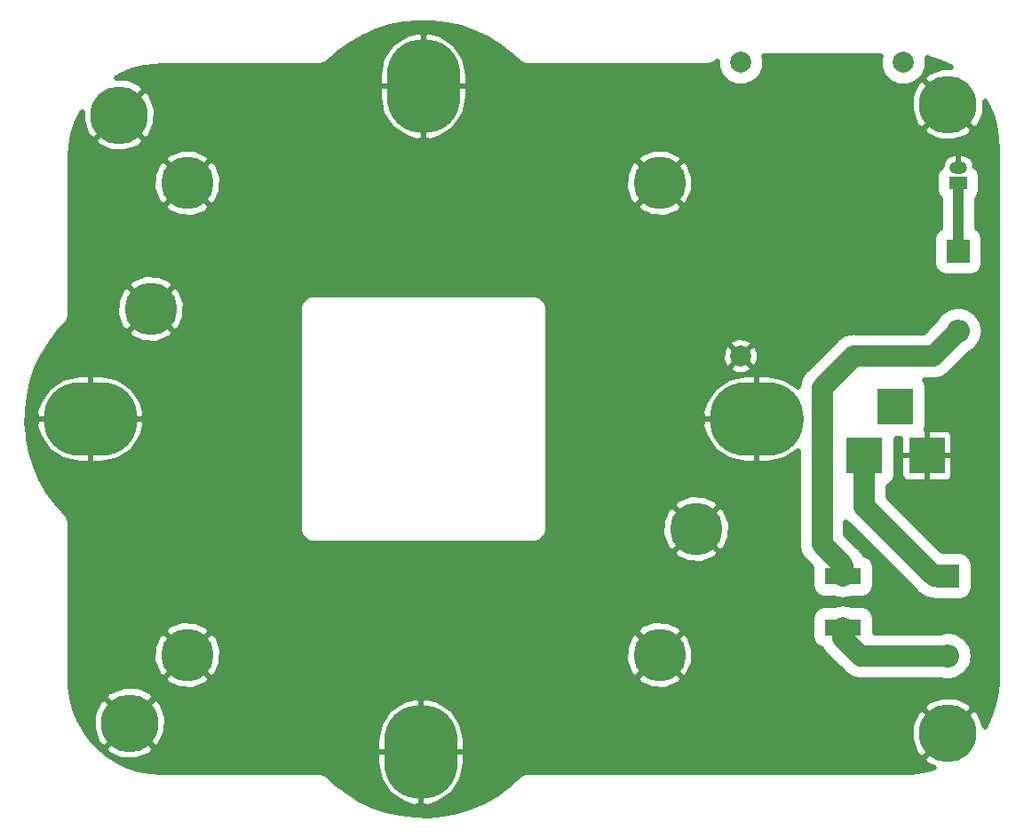
<source format=gbr>
G04 #@! TF.GenerationSoftware,KiCad,Pcbnew,(5.0.0)*
G04 #@! TF.CreationDate,2019-12-04T20:43:09-05:00*
G04 #@! TF.ProjectId,10W White LED,313057205768697465204C45442E6B69,rev?*
G04 #@! TF.SameCoordinates,Original*
G04 #@! TF.FileFunction,Copper,L1,Top,Signal*
G04 #@! TF.FilePolarity,Positive*
%FSLAX46Y46*%
G04 Gerber Fmt 4.6, Leading zero omitted, Abs format (unit mm)*
G04 Created by KiCad (PCBNEW (5.0.0)) date 12/04/19 20:43:09*
%MOMM*%
%LPD*%
G01*
G04 APERTURE LIST*
G04 #@! TA.AperFunction,SMDPad,CuDef*
%ADD10R,3.500000X1.600000*%
G04 #@! TD*
G04 #@! TA.AperFunction,ComponentPad*
%ADD11O,1.700000X1.200000*%
G04 #@! TD*
G04 #@! TA.AperFunction,ComponentPad*
%ADD12R,1.700000X1.200000*%
G04 #@! TD*
G04 #@! TA.AperFunction,ComponentPad*
%ADD13C,5.000000*%
G04 #@! TD*
G04 #@! TA.AperFunction,ComponentPad*
%ADD14O,9.000000X7.000000*%
G04 #@! TD*
G04 #@! TA.AperFunction,ComponentPad*
%ADD15O,7.000000X9.000000*%
G04 #@! TD*
G04 #@! TA.AperFunction,ComponentPad*
%ADD16O,2.200000X2.200000*%
G04 #@! TD*
G04 #@! TA.AperFunction,ComponentPad*
%ADD17R,2.200000X2.200000*%
G04 #@! TD*
G04 #@! TA.AperFunction,ComponentPad*
%ADD18C,5.500000*%
G04 #@! TD*
G04 #@! TA.AperFunction,ComponentPad*
%ADD19C,2.000000*%
G04 #@! TD*
G04 #@! TA.AperFunction,ComponentPad*
%ADD20R,3.500000X3.500000*%
G04 #@! TD*
G04 #@! TA.AperFunction,Conductor*
%ADD21C,2.000000*%
G04 #@! TD*
G04 #@! TA.AperFunction,Conductor*
%ADD22C,1.000000*%
G04 #@! TD*
G04 #@! TA.AperFunction,Conductor*
%ADD23C,0.500000*%
G04 #@! TD*
G04 APERTURE END LIST*
D10*
G04 #@! TO.P,F1,2*
G04 #@! TO.N,+12V*
X190000000Y-115000000D03*
G04 #@! TO.P,F1,1*
G04 #@! TO.N,Net-(F1-Pad1)*
X190000000Y-119880000D03*
G04 #@! TD*
D11*
G04 #@! TO.P,FAN1,2*
G04 #@! TO.N,GND*
X201000000Y-76000000D03*
D12*
G04 #@! TO.P,FAN1,1*
G04 #@! TO.N,Net-(FAN1-Pad1)*
X201000000Y-77500000D03*
G04 #@! TD*
D13*
G04 #@! TO.P,HEATSINK1,1*
G04 #@! TO.N,GND*
X176000000Y-110500000D03*
G04 #@! TO.P,HEATSINK1,2*
X124000000Y-89500000D03*
G04 #@! TO.P,HEATSINK1,3*
X172500000Y-77500000D03*
X127500000Y-77500000D03*
X127500000Y-122500000D03*
X172500000Y-122500000D03*
G04 #@! TD*
D14*
G04 #@! TO.P,LENSE1,1*
G04 #@! TO.N,GND*
X181750000Y-100000000D03*
D15*
X149750000Y-131750000D03*
D14*
X118250000Y-100000000D03*
D15*
X150000000Y-68250000D03*
G04 #@! TD*
D16*
G04 #@! TO.P,SW1,2*
G04 #@! TO.N,Net-(F1-Pad1)*
X200000000Y-122620000D03*
D17*
G04 #@! TO.P,SW1,1*
G04 #@! TO.N,Net-(BARREL1-Pad1)*
X200000000Y-115000000D03*
G04 #@! TD*
G04 #@! TO.P,SW2,1*
G04 #@! TO.N,Net-(FAN1-Pad1)*
X201000000Y-84000000D03*
D16*
G04 #@! TO.P,SW2,2*
G04 #@! TO.N,+12V*
X201000000Y-91620000D03*
G04 #@! TD*
D18*
G04 #@! TO.P,MNT1,1*
G04 #@! TO.N,GND*
X121000000Y-71000000D03*
G04 #@! TD*
G04 #@! TO.P,MNT2,1*
G04 #@! TO.N,GND*
X200000000Y-70000000D03*
G04 #@! TD*
G04 #@! TO.P,MNT3,1*
G04 #@! TO.N,GND*
X200000000Y-130000000D03*
G04 #@! TD*
G04 #@! TO.P,MNT4,1*
G04 #@! TO.N,GND*
X122000000Y-129000000D03*
G04 #@! TD*
D19*
G04 #@! TO.P,U1,4*
G04 #@! TO.N,Net-(D1-Pad1)*
X180250000Y-66000000D03*
G04 #@! TO.P,U1,3*
G04 #@! TO.N,Net-(D1-Pad2)*
X195750000Y-66000000D03*
G04 #@! TO.P,U1,2*
G04 #@! TO.N,+12V*
X195750000Y-94000000D03*
G04 #@! TO.P,U1,1*
G04 #@! TO.N,GND*
X180250000Y-94000000D03*
G04 #@! TD*
D20*
G04 #@! TO.P,BARREL1,1*
G04 #@! TO.N,Net-(BARREL1-Pad1)*
X192000000Y-103500000D03*
G04 #@! TO.P,BARREL1,2*
G04 #@! TO.N,GND*
X198000000Y-103500000D03*
G04 #@! TO.P,BARREL1,3*
G04 #@! TO.N,N/C*
X195000000Y-98800000D03*
G04 #@! TD*
D21*
G04 #@! TO.N,+12V*
X190000000Y-113950000D02*
X188000000Y-111950000D01*
X190000000Y-115000000D02*
X190000000Y-113950000D01*
X188000000Y-111950000D02*
X188000000Y-101750000D01*
X198620000Y-94000000D02*
X201000000Y-91620000D01*
X195750000Y-94000000D02*
X198620000Y-94000000D01*
X188000000Y-101750000D02*
X188000000Y-97000000D01*
X191000000Y-94000000D02*
X195750000Y-94000000D01*
X188000000Y-97000000D02*
X191000000Y-94000000D01*
G04 #@! TO.N,Net-(F1-Pad1)*
X190000000Y-120930000D02*
X190000000Y-119880000D01*
X191690000Y-122620000D02*
X190000000Y-120930000D01*
X200000000Y-122620000D02*
X191690000Y-122620000D01*
D22*
G04 #@! TO.N,Net-(FAN1-Pad1)*
X201000000Y-84000000D02*
X201000000Y-77500000D01*
D21*
G04 #@! TO.N,Net-(BARREL1-Pad1)*
X198650000Y-115000000D02*
X200000000Y-115000000D01*
X192000000Y-108350000D02*
X198650000Y-115000000D01*
X192000000Y-103500000D02*
X192000000Y-108350000D01*
G04 #@! TD*
D23*
G04 #@! TO.N,GND*
G36*
X150849311Y-62212920D02*
X152203316Y-62375574D01*
X153532364Y-62681187D01*
X154821407Y-63126299D01*
X156055860Y-63705873D01*
X157221732Y-64413342D01*
X158312727Y-65245962D01*
X158985759Y-65867019D01*
X159044728Y-65955272D01*
X159483011Y-66248122D01*
X159869501Y-66325000D01*
X159999980Y-66325000D01*
X159999999Y-66325001D01*
X160000018Y-66325000D01*
X176869502Y-66325000D01*
X177000000Y-66350958D01*
X177130498Y-66325000D01*
X177130499Y-66325000D01*
X177516989Y-66248122D01*
X177955272Y-65955272D01*
X178000000Y-65888332D01*
X178000000Y-66447553D01*
X178342542Y-67274523D01*
X178975477Y-67907458D01*
X179802447Y-68250000D01*
X180697553Y-68250000D01*
X181524523Y-67907458D01*
X182157458Y-67274523D01*
X182500000Y-66447553D01*
X182500000Y-65552447D01*
X182405788Y-65325000D01*
X193594212Y-65325000D01*
X193500000Y-65552447D01*
X193500000Y-66447553D01*
X193842542Y-67274523D01*
X194475477Y-67907458D01*
X195302447Y-68250000D01*
X196197553Y-68250000D01*
X197024523Y-67907458D01*
X197657458Y-67274523D01*
X198000000Y-66447553D01*
X198000000Y-65570180D01*
X198156734Y-65600079D01*
X199192514Y-65936624D01*
X200177954Y-66400337D01*
X200338740Y-66502374D01*
X199436526Y-66467937D01*
X198127756Y-66952431D01*
X197900891Y-67104018D01*
X197607699Y-67602043D01*
X200000000Y-69994343D01*
X200014142Y-69980201D01*
X200019799Y-69985858D01*
X200005657Y-70000000D01*
X202397957Y-72392301D01*
X202895982Y-72099109D01*
X203478833Y-70831080D01*
X203521424Y-69715252D01*
X203847005Y-70307481D01*
X204247922Y-71320082D01*
X204518769Y-72374955D01*
X204657884Y-73476169D01*
X204675000Y-74020810D01*
X204675001Y-124958351D01*
X204603997Y-126086931D01*
X204399921Y-127156734D01*
X204063374Y-128192519D01*
X203599663Y-129177954D01*
X203496513Y-129340494D01*
X203047569Y-128127756D01*
X202895982Y-127900891D01*
X202397957Y-127607699D01*
X200005657Y-130000000D01*
X200019799Y-130014142D01*
X200014142Y-130019799D01*
X200000000Y-130005657D01*
X197607699Y-132397957D01*
X197900891Y-132895982D01*
X198671347Y-133250123D01*
X197625038Y-133518770D01*
X196523830Y-133657884D01*
X195979190Y-133675000D01*
X159869501Y-133675000D01*
X159483011Y-133751878D01*
X159044728Y-134044728D01*
X158990648Y-134125664D01*
X158047509Y-134973382D01*
X156942133Y-135772072D01*
X155758139Y-136448782D01*
X154508944Y-136995840D01*
X153208679Y-137407060D01*
X151872095Y-137677776D01*
X150514294Y-137804931D01*
X149150690Y-137787080D01*
X147796684Y-137624426D01*
X146467636Y-137318813D01*
X145178593Y-136873701D01*
X143944140Y-136294127D01*
X142778268Y-135586658D01*
X141687273Y-134754038D01*
X141014241Y-134132981D01*
X140955272Y-134044728D01*
X140516989Y-133751878D01*
X140130499Y-133675000D01*
X140000020Y-133675000D01*
X140000001Y-133674999D01*
X139999982Y-133675000D01*
X125041633Y-133675000D01*
X123913069Y-133603997D01*
X122843266Y-133399921D01*
X121807481Y-133063374D01*
X120822046Y-132599663D01*
X119902504Y-132016104D01*
X119155294Y-131397957D01*
X119607699Y-131397957D01*
X119900891Y-131895982D01*
X121168920Y-132478833D01*
X122563474Y-132532063D01*
X123872244Y-132047569D01*
X124099109Y-131895982D01*
X124182695Y-131754000D01*
X145492000Y-131754000D01*
X145492000Y-132754000D01*
X145817652Y-134383162D01*
X146741968Y-135763689D01*
X148124230Y-136685410D01*
X149079952Y-136954949D01*
X149746000Y-136818498D01*
X149746000Y-131754000D01*
X149754000Y-131754000D01*
X149754000Y-136818498D01*
X150420048Y-136954949D01*
X151375770Y-136685410D01*
X152758032Y-135763689D01*
X153682348Y-134383162D01*
X154008000Y-132754000D01*
X154008000Y-131754000D01*
X149754000Y-131754000D01*
X149746000Y-131754000D01*
X145492000Y-131754000D01*
X124182695Y-131754000D01*
X124392301Y-131397957D01*
X122000000Y-129005657D01*
X119607699Y-131397957D01*
X119155294Y-131397957D01*
X119063350Y-131321895D01*
X118317818Y-130527985D01*
X117677667Y-129646893D01*
X117631807Y-129563474D01*
X118467937Y-129563474D01*
X118952431Y-130872244D01*
X119104018Y-131099109D01*
X119602043Y-131392301D01*
X121994343Y-129000000D01*
X122005657Y-129000000D01*
X124397957Y-131392301D01*
X124895982Y-131099109D01*
X125058288Y-130746000D01*
X145492000Y-130746000D01*
X145492000Y-131746000D01*
X149746000Y-131746000D01*
X149746000Y-126681502D01*
X149754000Y-126681502D01*
X149754000Y-131746000D01*
X154008000Y-131746000D01*
X154008000Y-130746000D01*
X153971516Y-130563474D01*
X196467937Y-130563474D01*
X196952431Y-131872244D01*
X197104018Y-132099109D01*
X197602043Y-132392301D01*
X199994343Y-130000000D01*
X197602043Y-127607699D01*
X197104018Y-127900891D01*
X196521167Y-129168920D01*
X196467937Y-130563474D01*
X153971516Y-130563474D01*
X153682348Y-129116838D01*
X152758032Y-127736311D01*
X152556677Y-127602043D01*
X197607699Y-127602043D01*
X200000000Y-129994343D01*
X202392301Y-127602043D01*
X202099109Y-127104018D01*
X200831080Y-126521167D01*
X199436526Y-126467937D01*
X198127756Y-126952431D01*
X197900891Y-127104018D01*
X197607699Y-127602043D01*
X152556677Y-127602043D01*
X151375770Y-126814590D01*
X150420048Y-126545051D01*
X149754000Y-126681502D01*
X149746000Y-126681502D01*
X149079952Y-126545051D01*
X148124230Y-126814590D01*
X146741968Y-127736311D01*
X145817652Y-129116838D01*
X145492000Y-130746000D01*
X125058288Y-130746000D01*
X125478833Y-129831080D01*
X125532063Y-128436526D01*
X125047569Y-127127756D01*
X124895982Y-126900891D01*
X124397957Y-126607699D01*
X122005657Y-129000000D01*
X121994343Y-129000000D01*
X119602043Y-126607699D01*
X119104018Y-126900891D01*
X118521167Y-128168920D01*
X118467937Y-129563474D01*
X117631807Y-129563474D01*
X117152996Y-128692522D01*
X116752078Y-127679917D01*
X116481230Y-126625038D01*
X116478326Y-126602043D01*
X119607699Y-126602043D01*
X122000000Y-128994343D01*
X124392301Y-126602043D01*
X124099109Y-126104018D01*
X122831080Y-125521167D01*
X121436526Y-125467937D01*
X120127756Y-125952431D01*
X119900891Y-126104018D01*
X119607699Y-126602043D01*
X116478326Y-126602043D01*
X116342116Y-125523830D01*
X116325000Y-124979190D01*
X116325000Y-124717717D01*
X125287940Y-124717717D01*
X125550716Y-125189765D01*
X126728425Y-125730977D01*
X128023599Y-125780303D01*
X129239061Y-125330232D01*
X129449284Y-125189765D01*
X129712060Y-124717717D01*
X170287940Y-124717717D01*
X170550716Y-125189765D01*
X171728425Y-125730977D01*
X173023599Y-125780303D01*
X174239061Y-125330232D01*
X174449284Y-125189765D01*
X174712060Y-124717717D01*
X172500000Y-122505657D01*
X170287940Y-124717717D01*
X129712060Y-124717717D01*
X127500000Y-122505657D01*
X125287940Y-124717717D01*
X116325000Y-124717717D01*
X116325000Y-123023599D01*
X124219697Y-123023599D01*
X124669768Y-124239061D01*
X124810235Y-124449284D01*
X125282283Y-124712060D01*
X127494343Y-122500000D01*
X127505657Y-122500000D01*
X129717717Y-124712060D01*
X130189765Y-124449284D01*
X130730977Y-123271575D01*
X130740421Y-123023599D01*
X169219697Y-123023599D01*
X169669768Y-124239061D01*
X169810235Y-124449284D01*
X170282283Y-124712060D01*
X172494343Y-122500000D01*
X172505657Y-122500000D01*
X174717717Y-124712060D01*
X175189765Y-124449284D01*
X175730977Y-123271575D01*
X175780303Y-121976401D01*
X175330232Y-120760939D01*
X175189765Y-120550716D01*
X174717717Y-120287940D01*
X172505657Y-122500000D01*
X172494343Y-122500000D01*
X170282283Y-120287940D01*
X169810235Y-120550716D01*
X169269023Y-121728425D01*
X169219697Y-123023599D01*
X130740421Y-123023599D01*
X130780303Y-121976401D01*
X130330232Y-120760939D01*
X130189765Y-120550716D01*
X129717717Y-120287940D01*
X127505657Y-122500000D01*
X127494343Y-122500000D01*
X125282283Y-120287940D01*
X124810235Y-120550716D01*
X124269023Y-121728425D01*
X124219697Y-123023599D01*
X116325000Y-123023599D01*
X116325000Y-120282283D01*
X125287940Y-120282283D01*
X127500000Y-122494343D01*
X129712060Y-120282283D01*
X170287940Y-120282283D01*
X172500000Y-122494343D01*
X174712060Y-120282283D01*
X174449284Y-119810235D01*
X173271575Y-119269023D01*
X171976401Y-119219697D01*
X170760939Y-119669768D01*
X170550716Y-119810235D01*
X170287940Y-120282283D01*
X129712060Y-120282283D01*
X129449284Y-119810235D01*
X128271575Y-119269023D01*
X126976401Y-119219697D01*
X125760939Y-119669768D01*
X125550716Y-119810235D01*
X125287940Y-120282283D01*
X116325000Y-120282283D01*
X116325000Y-119080000D01*
X186975512Y-119080000D01*
X186975512Y-120680000D01*
X187072527Y-121167725D01*
X187348801Y-121581199D01*
X187762275Y-121857473D01*
X187936872Y-121892203D01*
X188377840Y-122552160D01*
X188565711Y-122677691D01*
X189942310Y-124054291D01*
X190067840Y-124242160D01*
X190812094Y-124739454D01*
X191468394Y-124870000D01*
X191468395Y-124870000D01*
X191690000Y-124914080D01*
X191911605Y-124870000D01*
X199265814Y-124870000D01*
X199768547Y-124970000D01*
X200231453Y-124970000D01*
X200916924Y-124833651D01*
X201694255Y-124314255D01*
X202213651Y-123536924D01*
X202396039Y-122620000D01*
X202213651Y-121703076D01*
X201694255Y-120925745D01*
X200916924Y-120406349D01*
X200231453Y-120270000D01*
X199768547Y-120270000D01*
X199265814Y-120370000D01*
X193024488Y-120370000D01*
X193024488Y-119080000D01*
X192927473Y-118592275D01*
X192651199Y-118178801D01*
X192237725Y-117902527D01*
X191750000Y-117805512D01*
X190945202Y-117805512D01*
X190877906Y-117760546D01*
X190000000Y-117585920D01*
X189122095Y-117760546D01*
X189054799Y-117805512D01*
X188250000Y-117805512D01*
X187762275Y-117902527D01*
X187348801Y-118178801D01*
X187072527Y-118592275D01*
X186975512Y-119080000D01*
X116325000Y-119080000D01*
X116325000Y-112717717D01*
X173787940Y-112717717D01*
X174050716Y-113189765D01*
X175228425Y-113730977D01*
X176523599Y-113780303D01*
X177739061Y-113330232D01*
X177949284Y-113189765D01*
X178212060Y-112717717D01*
X176000000Y-110505657D01*
X173787940Y-112717717D01*
X116325000Y-112717717D01*
X116325000Y-109869501D01*
X116248122Y-109483011D01*
X115955272Y-109044728D01*
X115874336Y-108990648D01*
X115026618Y-108047509D01*
X114227928Y-106942133D01*
X113551218Y-105758139D01*
X113004160Y-104508944D01*
X112592940Y-103208679D01*
X112322224Y-101872095D01*
X112209656Y-100670048D01*
X113045051Y-100670048D01*
X113314590Y-101625770D01*
X114236311Y-103008032D01*
X115616838Y-103932348D01*
X117246000Y-104258000D01*
X118246000Y-104258000D01*
X118246000Y-100004000D01*
X118254000Y-100004000D01*
X118254000Y-104258000D01*
X119254000Y-104258000D01*
X120883162Y-103932348D01*
X122263689Y-103008032D01*
X123185410Y-101625770D01*
X123454949Y-100670048D01*
X123318498Y-100004000D01*
X118254000Y-100004000D01*
X118246000Y-100004000D01*
X113181502Y-100004000D01*
X113045051Y-100670048D01*
X112209656Y-100670048D01*
X112195069Y-100514294D01*
X112210573Y-99329952D01*
X113045051Y-99329952D01*
X113181502Y-99996000D01*
X118246000Y-99996000D01*
X118246000Y-95742000D01*
X118254000Y-95742000D01*
X118254000Y-99996000D01*
X123318498Y-99996000D01*
X123454949Y-99329952D01*
X123185410Y-98374230D01*
X122263689Y-96991968D01*
X120883162Y-96067652D01*
X119254000Y-95742000D01*
X118254000Y-95742000D01*
X118246000Y-95742000D01*
X117246000Y-95742000D01*
X115616838Y-96067652D01*
X114236311Y-96991968D01*
X113314590Y-98374230D01*
X113045051Y-99329952D01*
X112210573Y-99329952D01*
X112212920Y-99150689D01*
X112375574Y-97796684D01*
X112681187Y-96467636D01*
X113126299Y-95178593D01*
X113705873Y-93944140D01*
X114413342Y-92778268D01*
X115222727Y-91717717D01*
X121787940Y-91717717D01*
X122050716Y-92189765D01*
X123228425Y-92730977D01*
X124523599Y-92780303D01*
X125739061Y-92330232D01*
X125949284Y-92189765D01*
X126212060Y-91717717D01*
X124000000Y-89505657D01*
X121787940Y-91717717D01*
X115222727Y-91717717D01*
X115245962Y-91687273D01*
X115867019Y-91014241D01*
X115955272Y-90955272D01*
X116248122Y-90516989D01*
X116325000Y-90130499D01*
X116325000Y-90023599D01*
X120719697Y-90023599D01*
X121169768Y-91239061D01*
X121310235Y-91449284D01*
X121782283Y-91712060D01*
X123994343Y-89500000D01*
X124005657Y-89500000D01*
X126217717Y-91712060D01*
X126689765Y-91449284D01*
X127230977Y-90271575D01*
X127260362Y-89500000D01*
X138149042Y-89500000D01*
X138175000Y-89630499D01*
X138175001Y-110369496D01*
X138149042Y-110500000D01*
X138251878Y-111016989D01*
X138544728Y-111455272D01*
X138983011Y-111748122D01*
X139369501Y-111825000D01*
X139500000Y-111850958D01*
X139630499Y-111825000D01*
X160369501Y-111825000D01*
X160500000Y-111850958D01*
X160630499Y-111825000D01*
X161016989Y-111748122D01*
X161455272Y-111455272D01*
X161743705Y-111023599D01*
X172719697Y-111023599D01*
X173169768Y-112239061D01*
X173310235Y-112449284D01*
X173782283Y-112712060D01*
X175994343Y-110500000D01*
X176005657Y-110500000D01*
X178217717Y-112712060D01*
X178689765Y-112449284D01*
X179230977Y-111271575D01*
X179280303Y-109976401D01*
X178830232Y-108760939D01*
X178689765Y-108550716D01*
X178217717Y-108287940D01*
X176005657Y-110500000D01*
X175994343Y-110500000D01*
X173782283Y-108287940D01*
X173310235Y-108550716D01*
X172769023Y-109728425D01*
X172719697Y-111023599D01*
X161743705Y-111023599D01*
X161748122Y-111016989D01*
X161850958Y-110500000D01*
X161825000Y-110369501D01*
X161825000Y-108282283D01*
X173787940Y-108282283D01*
X176000000Y-110494343D01*
X178212060Y-108282283D01*
X177949284Y-107810235D01*
X176771575Y-107269023D01*
X175476401Y-107219697D01*
X174260939Y-107669768D01*
X174050716Y-107810235D01*
X173787940Y-108282283D01*
X161825000Y-108282283D01*
X161825000Y-100670048D01*
X176545051Y-100670048D01*
X176814590Y-101625770D01*
X177736311Y-103008032D01*
X179116838Y-103932348D01*
X180746000Y-104258000D01*
X181746000Y-104258000D01*
X181746000Y-100004000D01*
X176681502Y-100004000D01*
X176545051Y-100670048D01*
X161825000Y-100670048D01*
X161825000Y-99329952D01*
X176545051Y-99329952D01*
X176681502Y-99996000D01*
X181746000Y-99996000D01*
X181746000Y-95742000D01*
X181754000Y-95742000D01*
X181754000Y-99996000D01*
X181774000Y-99996000D01*
X181774000Y-100004000D01*
X181754000Y-100004000D01*
X181754000Y-104258000D01*
X182754000Y-104258000D01*
X184383162Y-103932348D01*
X185750001Y-103017197D01*
X185750000Y-111728395D01*
X185705920Y-111950000D01*
X185750000Y-112171605D01*
X185880546Y-112827905D01*
X185880547Y-112827906D01*
X185880547Y-112827907D01*
X185945765Y-112925512D01*
X186377840Y-113572160D01*
X186565711Y-113697691D01*
X186990860Y-114122840D01*
X186975512Y-114200000D01*
X186975512Y-115800000D01*
X187072527Y-116287725D01*
X187348801Y-116701199D01*
X187762275Y-116977473D01*
X188250000Y-117074488D01*
X189054798Y-117074488D01*
X189122094Y-117119454D01*
X190000000Y-117294080D01*
X190877905Y-117119454D01*
X190945202Y-117074488D01*
X191750000Y-117074488D01*
X192237725Y-116977473D01*
X192651199Y-116701199D01*
X192927473Y-116287725D01*
X193024488Y-115800000D01*
X193024488Y-114200000D01*
X192927473Y-113712275D01*
X192651199Y-113298801D01*
X192237725Y-113022527D01*
X192063129Y-112987798D01*
X191747689Y-112515708D01*
X191622160Y-112327840D01*
X191434291Y-112202310D01*
X190250000Y-111018020D01*
X190250000Y-109780832D01*
X190377841Y-109972160D01*
X190565710Y-110097690D01*
X196902310Y-116434291D01*
X197027840Y-116622160D01*
X197215708Y-116747689D01*
X197772092Y-117119453D01*
X197772093Y-117119453D01*
X197772094Y-117119454D01*
X198346898Y-117233789D01*
X198412275Y-117277473D01*
X198900000Y-117374488D01*
X201100000Y-117374488D01*
X201587725Y-117277473D01*
X202001199Y-117001199D01*
X202277473Y-116587725D01*
X202374488Y-116100000D01*
X202374488Y-113900000D01*
X202277473Y-113412275D01*
X202001199Y-112998801D01*
X201587725Y-112722527D01*
X201100000Y-112625512D01*
X199457493Y-112625512D01*
X194250000Y-107418020D01*
X194250000Y-106419271D01*
X194651199Y-106151199D01*
X194927473Y-105737725D01*
X195024488Y-105250000D01*
X195024488Y-103693500D01*
X195492000Y-103693500D01*
X195492000Y-105400775D01*
X195607398Y-105679372D01*
X195820627Y-105892601D01*
X196099224Y-106008000D01*
X197806500Y-106008000D01*
X197996000Y-105818500D01*
X197996000Y-103504000D01*
X198004000Y-103504000D01*
X198004000Y-105818500D01*
X198193500Y-106008000D01*
X199900776Y-106008000D01*
X200179373Y-105892601D01*
X200392602Y-105679372D01*
X200508000Y-105400775D01*
X200508000Y-103693500D01*
X200318500Y-103504000D01*
X198004000Y-103504000D01*
X197996000Y-103504000D01*
X195681500Y-103504000D01*
X195492000Y-103693500D01*
X195024488Y-103693500D01*
X195024488Y-101824488D01*
X195492000Y-101824488D01*
X195492000Y-103306500D01*
X195681500Y-103496000D01*
X197996000Y-103496000D01*
X197996000Y-101181500D01*
X198004000Y-101181500D01*
X198004000Y-103496000D01*
X200318500Y-103496000D01*
X200508000Y-103306500D01*
X200508000Y-101599225D01*
X200392602Y-101320628D01*
X200179373Y-101107399D01*
X199900776Y-100992000D01*
X198193500Y-100992000D01*
X198004000Y-101181500D01*
X197996000Y-101181500D01*
X197897333Y-101082833D01*
X197927473Y-101037725D01*
X198024488Y-100550000D01*
X198024488Y-97050000D01*
X197927473Y-96562275D01*
X197718818Y-96250000D01*
X198398395Y-96250000D01*
X198620000Y-96294080D01*
X198841605Y-96250000D01*
X198841606Y-96250000D01*
X199497906Y-96119454D01*
X200242160Y-95622160D01*
X200367691Y-95434289D01*
X202071844Y-93730137D01*
X202694255Y-93314255D01*
X203213651Y-92536924D01*
X203396039Y-91620000D01*
X203213651Y-90703076D01*
X202694255Y-89925745D01*
X201916924Y-89406349D01*
X201231453Y-89270000D01*
X200768547Y-89270000D01*
X200083076Y-89406349D01*
X199305745Y-89925745D01*
X198889863Y-90548156D01*
X197688020Y-91750000D01*
X191221605Y-91750000D01*
X191000000Y-91705920D01*
X190778395Y-91750000D01*
X190778394Y-91750000D01*
X190122094Y-91880546D01*
X189377840Y-92377840D01*
X189252308Y-92565712D01*
X186565710Y-95252310D01*
X186377841Y-95377840D01*
X186252311Y-95565709D01*
X185880547Y-96122093D01*
X185714119Y-96958779D01*
X184383162Y-96067652D01*
X182754000Y-95742000D01*
X181754000Y-95742000D01*
X181746000Y-95742000D01*
X180746000Y-95742000D01*
X179116838Y-96067652D01*
X177736311Y-96991968D01*
X176814590Y-98374230D01*
X176545051Y-99329952D01*
X161825000Y-99329952D01*
X161825000Y-95136275D01*
X179119382Y-95136275D01*
X179199669Y-95452463D01*
X179835454Y-95743845D01*
X180534350Y-95769743D01*
X181189956Y-95526213D01*
X181300331Y-95452463D01*
X181380618Y-95136275D01*
X180250000Y-94005657D01*
X179119382Y-95136275D01*
X161825000Y-95136275D01*
X161825000Y-94284350D01*
X178480257Y-94284350D01*
X178723787Y-94939956D01*
X178797537Y-95050331D01*
X179113725Y-95130618D01*
X180244343Y-94000000D01*
X180255657Y-94000000D01*
X181386275Y-95130618D01*
X181702463Y-95050331D01*
X181993845Y-94414546D01*
X182019743Y-93715650D01*
X181776213Y-93060044D01*
X181702463Y-92949669D01*
X181386275Y-92869382D01*
X180255657Y-94000000D01*
X180244343Y-94000000D01*
X179113725Y-92869382D01*
X178797537Y-92949669D01*
X178506155Y-93585454D01*
X178480257Y-94284350D01*
X161825000Y-94284350D01*
X161825000Y-92863725D01*
X179119382Y-92863725D01*
X180250000Y-93994343D01*
X181380618Y-92863725D01*
X181300331Y-92547537D01*
X180664546Y-92256155D01*
X179965650Y-92230257D01*
X179310044Y-92473787D01*
X179199669Y-92547537D01*
X179119382Y-92863725D01*
X161825000Y-92863725D01*
X161825000Y-89630499D01*
X161850958Y-89500000D01*
X161748122Y-88983011D01*
X161455272Y-88544728D01*
X161016989Y-88251878D01*
X160630499Y-88175000D01*
X160500000Y-88149042D01*
X160369501Y-88175000D01*
X139630499Y-88175000D01*
X139500000Y-88149042D01*
X139369501Y-88175000D01*
X138983011Y-88251878D01*
X138544728Y-88544728D01*
X138251878Y-88983011D01*
X138149042Y-89500000D01*
X127260362Y-89500000D01*
X127280303Y-88976401D01*
X126830232Y-87760939D01*
X126689765Y-87550716D01*
X126217717Y-87287940D01*
X124005657Y-89500000D01*
X123994343Y-89500000D01*
X121782283Y-87287940D01*
X121310235Y-87550716D01*
X120769023Y-88728425D01*
X120719697Y-90023599D01*
X116325000Y-90023599D01*
X116325000Y-90000020D01*
X116325001Y-90000001D01*
X116325000Y-89999982D01*
X116325000Y-87282283D01*
X121787940Y-87282283D01*
X124000000Y-89494343D01*
X126212060Y-87282283D01*
X125949284Y-86810235D01*
X124771575Y-86269023D01*
X123476401Y-86219697D01*
X122260939Y-86669768D01*
X122050716Y-86810235D01*
X121787940Y-87282283D01*
X116325000Y-87282283D01*
X116325000Y-82900000D01*
X198625512Y-82900000D01*
X198625512Y-85100000D01*
X198722527Y-85587725D01*
X198998801Y-86001199D01*
X199412275Y-86277473D01*
X199900000Y-86374488D01*
X202100000Y-86374488D01*
X202587725Y-86277473D01*
X203001199Y-86001199D01*
X203277473Y-85587725D01*
X203374488Y-85100000D01*
X203374488Y-82900000D01*
X203277473Y-82412275D01*
X203001199Y-81998801D01*
X202750000Y-81830955D01*
X202750000Y-79002000D01*
X202751199Y-79001199D01*
X203027473Y-78587725D01*
X203124488Y-78100000D01*
X203124488Y-76900000D01*
X203027473Y-76412275D01*
X202751199Y-75998801D01*
X202533909Y-75853612D01*
X202590649Y-75783612D01*
X202506160Y-75484011D01*
X202213080Y-75042577D01*
X201773380Y-74746902D01*
X201254000Y-74642000D01*
X201004000Y-74642000D01*
X201004000Y-75625512D01*
X200996000Y-75625512D01*
X200996000Y-74642000D01*
X200746000Y-74642000D01*
X200226620Y-74746902D01*
X199786920Y-75042577D01*
X199493840Y-75484011D01*
X199409351Y-75783612D01*
X199466091Y-75853612D01*
X199248801Y-75998801D01*
X198972527Y-76412275D01*
X198875512Y-76900000D01*
X198875512Y-78100000D01*
X198972527Y-78587725D01*
X199248801Y-79001199D01*
X199250001Y-79002001D01*
X199250000Y-81830955D01*
X198998801Y-81998801D01*
X198722527Y-82412275D01*
X198625512Y-82900000D01*
X116325000Y-82900000D01*
X116325000Y-79717717D01*
X125287940Y-79717717D01*
X125550716Y-80189765D01*
X126728425Y-80730977D01*
X128023599Y-80780303D01*
X129239061Y-80330232D01*
X129449284Y-80189765D01*
X129712060Y-79717717D01*
X170287940Y-79717717D01*
X170550716Y-80189765D01*
X171728425Y-80730977D01*
X173023599Y-80780303D01*
X174239061Y-80330232D01*
X174449284Y-80189765D01*
X174712060Y-79717717D01*
X172500000Y-77505657D01*
X170287940Y-79717717D01*
X129712060Y-79717717D01*
X127500000Y-77505657D01*
X125287940Y-79717717D01*
X116325000Y-79717717D01*
X116325000Y-78023599D01*
X124219697Y-78023599D01*
X124669768Y-79239061D01*
X124810235Y-79449284D01*
X125282283Y-79712060D01*
X127494343Y-77500000D01*
X127505657Y-77500000D01*
X129717717Y-79712060D01*
X130189765Y-79449284D01*
X130730977Y-78271575D01*
X130740421Y-78023599D01*
X169219697Y-78023599D01*
X169669768Y-79239061D01*
X169810235Y-79449284D01*
X170282283Y-79712060D01*
X172494343Y-77500000D01*
X172505657Y-77500000D01*
X174717717Y-79712060D01*
X175189765Y-79449284D01*
X175730977Y-78271575D01*
X175780303Y-76976401D01*
X175330232Y-75760939D01*
X175189765Y-75550716D01*
X174717717Y-75287940D01*
X172505657Y-77500000D01*
X172494343Y-77500000D01*
X170282283Y-75287940D01*
X169810235Y-75550716D01*
X169269023Y-76728425D01*
X169219697Y-78023599D01*
X130740421Y-78023599D01*
X130780303Y-76976401D01*
X130330232Y-75760939D01*
X130189765Y-75550716D01*
X129717717Y-75287940D01*
X127505657Y-77500000D01*
X127494343Y-77500000D01*
X125282283Y-75287940D01*
X124810235Y-75550716D01*
X124269023Y-76728425D01*
X124219697Y-78023599D01*
X116325000Y-78023599D01*
X116325000Y-75282283D01*
X125287940Y-75282283D01*
X127500000Y-77494343D01*
X129712060Y-75282283D01*
X170287940Y-75282283D01*
X172500000Y-77494343D01*
X174712060Y-75282283D01*
X174449284Y-74810235D01*
X173271575Y-74269023D01*
X171976401Y-74219697D01*
X170760939Y-74669768D01*
X170550716Y-74810235D01*
X170287940Y-75282283D01*
X129712060Y-75282283D01*
X129449284Y-74810235D01*
X128271575Y-74269023D01*
X126976401Y-74219697D01*
X125760939Y-74669768D01*
X125550716Y-74810235D01*
X125287940Y-75282283D01*
X116325000Y-75282283D01*
X116325000Y-75041633D01*
X116396003Y-73913068D01*
X116494265Y-73397957D01*
X118607699Y-73397957D01*
X118900891Y-73895982D01*
X120168920Y-74478833D01*
X121563474Y-74532063D01*
X122872244Y-74047569D01*
X123099109Y-73895982D01*
X123392301Y-73397957D01*
X121000000Y-71005657D01*
X118607699Y-73397957D01*
X116494265Y-73397957D01*
X116600079Y-72843266D01*
X116936624Y-71807486D01*
X117400337Y-70822046D01*
X117502374Y-70661260D01*
X117467937Y-71563474D01*
X117952431Y-72872244D01*
X118104018Y-73099109D01*
X118602043Y-73392301D01*
X120994343Y-71000000D01*
X121005657Y-71000000D01*
X123397957Y-73392301D01*
X123895982Y-73099109D01*
X124478833Y-71831080D01*
X124532063Y-70436526D01*
X124047569Y-69127756D01*
X123895982Y-68900891D01*
X123397957Y-68607699D01*
X121005657Y-71000000D01*
X120994343Y-71000000D01*
X120980201Y-70985858D01*
X120985858Y-70980201D01*
X121000000Y-70994343D01*
X123392301Y-68602043D01*
X123187405Y-68254000D01*
X145742000Y-68254000D01*
X145742000Y-69254000D01*
X146067652Y-70883162D01*
X146991968Y-72263689D01*
X148374230Y-73185410D01*
X149329952Y-73454949D01*
X149996000Y-73318498D01*
X149996000Y-68254000D01*
X150004000Y-68254000D01*
X150004000Y-73318498D01*
X150670048Y-73454949D01*
X151625770Y-73185410D01*
X152806676Y-72397957D01*
X197607699Y-72397957D01*
X197900891Y-72895982D01*
X199168920Y-73478833D01*
X200563474Y-73532063D01*
X201872244Y-73047569D01*
X202099109Y-72895982D01*
X202392301Y-72397957D01*
X200000000Y-70005657D01*
X197607699Y-72397957D01*
X152806676Y-72397957D01*
X153008032Y-72263689D01*
X153932348Y-70883162D01*
X153996250Y-70563474D01*
X196467937Y-70563474D01*
X196952431Y-71872244D01*
X197104018Y-72099109D01*
X197602043Y-72392301D01*
X199994343Y-70000000D01*
X197602043Y-67607699D01*
X197104018Y-67900891D01*
X196521167Y-69168920D01*
X196467937Y-70563474D01*
X153996250Y-70563474D01*
X154258000Y-69254000D01*
X154258000Y-68254000D01*
X150004000Y-68254000D01*
X149996000Y-68254000D01*
X145742000Y-68254000D01*
X123187405Y-68254000D01*
X123099109Y-68104018D01*
X121831080Y-67521167D01*
X120715252Y-67478576D01*
X121138305Y-67246000D01*
X145742000Y-67246000D01*
X145742000Y-68246000D01*
X149996000Y-68246000D01*
X149996000Y-63181502D01*
X150004000Y-63181502D01*
X150004000Y-68246000D01*
X154258000Y-68246000D01*
X154258000Y-67246000D01*
X153932348Y-65616838D01*
X153008032Y-64236311D01*
X151625770Y-63314590D01*
X150670048Y-63045051D01*
X150004000Y-63181502D01*
X149996000Y-63181502D01*
X149329952Y-63045051D01*
X148374230Y-63314590D01*
X146991968Y-64236311D01*
X146067652Y-65616838D01*
X145742000Y-67246000D01*
X121138305Y-67246000D01*
X121307481Y-67152995D01*
X122320082Y-66752078D01*
X123374955Y-66481231D01*
X124476169Y-66342116D01*
X125020810Y-66325000D01*
X140130499Y-66325000D01*
X140516989Y-66248122D01*
X140955272Y-65955272D01*
X141009353Y-65874334D01*
X141952490Y-65026618D01*
X143057873Y-64227923D01*
X144241861Y-63551219D01*
X145491056Y-63004160D01*
X146791319Y-62592940D01*
X148127905Y-62322224D01*
X149485706Y-62195069D01*
X150849311Y-62212920D01*
X150849311Y-62212920D01*
G37*
X150849311Y-62212920D02*
X152203316Y-62375574D01*
X153532364Y-62681187D01*
X154821407Y-63126299D01*
X156055860Y-63705873D01*
X157221732Y-64413342D01*
X158312727Y-65245962D01*
X158985759Y-65867019D01*
X159044728Y-65955272D01*
X159483011Y-66248122D01*
X159869501Y-66325000D01*
X159999980Y-66325000D01*
X159999999Y-66325001D01*
X160000018Y-66325000D01*
X176869502Y-66325000D01*
X177000000Y-66350958D01*
X177130498Y-66325000D01*
X177130499Y-66325000D01*
X177516989Y-66248122D01*
X177955272Y-65955272D01*
X178000000Y-65888332D01*
X178000000Y-66447553D01*
X178342542Y-67274523D01*
X178975477Y-67907458D01*
X179802447Y-68250000D01*
X180697553Y-68250000D01*
X181524523Y-67907458D01*
X182157458Y-67274523D01*
X182500000Y-66447553D01*
X182500000Y-65552447D01*
X182405788Y-65325000D01*
X193594212Y-65325000D01*
X193500000Y-65552447D01*
X193500000Y-66447553D01*
X193842542Y-67274523D01*
X194475477Y-67907458D01*
X195302447Y-68250000D01*
X196197553Y-68250000D01*
X197024523Y-67907458D01*
X197657458Y-67274523D01*
X198000000Y-66447553D01*
X198000000Y-65570180D01*
X198156734Y-65600079D01*
X199192514Y-65936624D01*
X200177954Y-66400337D01*
X200338740Y-66502374D01*
X199436526Y-66467937D01*
X198127756Y-66952431D01*
X197900891Y-67104018D01*
X197607699Y-67602043D01*
X200000000Y-69994343D01*
X200014142Y-69980201D01*
X200019799Y-69985858D01*
X200005657Y-70000000D01*
X202397957Y-72392301D01*
X202895982Y-72099109D01*
X203478833Y-70831080D01*
X203521424Y-69715252D01*
X203847005Y-70307481D01*
X204247922Y-71320082D01*
X204518769Y-72374955D01*
X204657884Y-73476169D01*
X204675000Y-74020810D01*
X204675001Y-124958351D01*
X204603997Y-126086931D01*
X204399921Y-127156734D01*
X204063374Y-128192519D01*
X203599663Y-129177954D01*
X203496513Y-129340494D01*
X203047569Y-128127756D01*
X202895982Y-127900891D01*
X202397957Y-127607699D01*
X200005657Y-130000000D01*
X200019799Y-130014142D01*
X200014142Y-130019799D01*
X200000000Y-130005657D01*
X197607699Y-132397957D01*
X197900891Y-132895982D01*
X198671347Y-133250123D01*
X197625038Y-133518770D01*
X196523830Y-133657884D01*
X195979190Y-133675000D01*
X159869501Y-133675000D01*
X159483011Y-133751878D01*
X159044728Y-134044728D01*
X158990648Y-134125664D01*
X158047509Y-134973382D01*
X156942133Y-135772072D01*
X155758139Y-136448782D01*
X154508944Y-136995840D01*
X153208679Y-137407060D01*
X151872095Y-137677776D01*
X150514294Y-137804931D01*
X149150690Y-137787080D01*
X147796684Y-137624426D01*
X146467636Y-137318813D01*
X145178593Y-136873701D01*
X143944140Y-136294127D01*
X142778268Y-135586658D01*
X141687273Y-134754038D01*
X141014241Y-134132981D01*
X140955272Y-134044728D01*
X140516989Y-133751878D01*
X140130499Y-133675000D01*
X140000020Y-133675000D01*
X140000001Y-133674999D01*
X139999982Y-133675000D01*
X125041633Y-133675000D01*
X123913069Y-133603997D01*
X122843266Y-133399921D01*
X121807481Y-133063374D01*
X120822046Y-132599663D01*
X119902504Y-132016104D01*
X119155294Y-131397957D01*
X119607699Y-131397957D01*
X119900891Y-131895982D01*
X121168920Y-132478833D01*
X122563474Y-132532063D01*
X123872244Y-132047569D01*
X124099109Y-131895982D01*
X124182695Y-131754000D01*
X145492000Y-131754000D01*
X145492000Y-132754000D01*
X145817652Y-134383162D01*
X146741968Y-135763689D01*
X148124230Y-136685410D01*
X149079952Y-136954949D01*
X149746000Y-136818498D01*
X149746000Y-131754000D01*
X149754000Y-131754000D01*
X149754000Y-136818498D01*
X150420048Y-136954949D01*
X151375770Y-136685410D01*
X152758032Y-135763689D01*
X153682348Y-134383162D01*
X154008000Y-132754000D01*
X154008000Y-131754000D01*
X149754000Y-131754000D01*
X149746000Y-131754000D01*
X145492000Y-131754000D01*
X124182695Y-131754000D01*
X124392301Y-131397957D01*
X122000000Y-129005657D01*
X119607699Y-131397957D01*
X119155294Y-131397957D01*
X119063350Y-131321895D01*
X118317818Y-130527985D01*
X117677667Y-129646893D01*
X117631807Y-129563474D01*
X118467937Y-129563474D01*
X118952431Y-130872244D01*
X119104018Y-131099109D01*
X119602043Y-131392301D01*
X121994343Y-129000000D01*
X122005657Y-129000000D01*
X124397957Y-131392301D01*
X124895982Y-131099109D01*
X125058288Y-130746000D01*
X145492000Y-130746000D01*
X145492000Y-131746000D01*
X149746000Y-131746000D01*
X149746000Y-126681502D01*
X149754000Y-126681502D01*
X149754000Y-131746000D01*
X154008000Y-131746000D01*
X154008000Y-130746000D01*
X153971516Y-130563474D01*
X196467937Y-130563474D01*
X196952431Y-131872244D01*
X197104018Y-132099109D01*
X197602043Y-132392301D01*
X199994343Y-130000000D01*
X197602043Y-127607699D01*
X197104018Y-127900891D01*
X196521167Y-129168920D01*
X196467937Y-130563474D01*
X153971516Y-130563474D01*
X153682348Y-129116838D01*
X152758032Y-127736311D01*
X152556677Y-127602043D01*
X197607699Y-127602043D01*
X200000000Y-129994343D01*
X202392301Y-127602043D01*
X202099109Y-127104018D01*
X200831080Y-126521167D01*
X199436526Y-126467937D01*
X198127756Y-126952431D01*
X197900891Y-127104018D01*
X197607699Y-127602043D01*
X152556677Y-127602043D01*
X151375770Y-126814590D01*
X150420048Y-126545051D01*
X149754000Y-126681502D01*
X149746000Y-126681502D01*
X149079952Y-126545051D01*
X148124230Y-126814590D01*
X146741968Y-127736311D01*
X145817652Y-129116838D01*
X145492000Y-130746000D01*
X125058288Y-130746000D01*
X125478833Y-129831080D01*
X125532063Y-128436526D01*
X125047569Y-127127756D01*
X124895982Y-126900891D01*
X124397957Y-126607699D01*
X122005657Y-129000000D01*
X121994343Y-129000000D01*
X119602043Y-126607699D01*
X119104018Y-126900891D01*
X118521167Y-128168920D01*
X118467937Y-129563474D01*
X117631807Y-129563474D01*
X117152996Y-128692522D01*
X116752078Y-127679917D01*
X116481230Y-126625038D01*
X116478326Y-126602043D01*
X119607699Y-126602043D01*
X122000000Y-128994343D01*
X124392301Y-126602043D01*
X124099109Y-126104018D01*
X122831080Y-125521167D01*
X121436526Y-125467937D01*
X120127756Y-125952431D01*
X119900891Y-126104018D01*
X119607699Y-126602043D01*
X116478326Y-126602043D01*
X116342116Y-125523830D01*
X116325000Y-124979190D01*
X116325000Y-124717717D01*
X125287940Y-124717717D01*
X125550716Y-125189765D01*
X126728425Y-125730977D01*
X128023599Y-125780303D01*
X129239061Y-125330232D01*
X129449284Y-125189765D01*
X129712060Y-124717717D01*
X170287940Y-124717717D01*
X170550716Y-125189765D01*
X171728425Y-125730977D01*
X173023599Y-125780303D01*
X174239061Y-125330232D01*
X174449284Y-125189765D01*
X174712060Y-124717717D01*
X172500000Y-122505657D01*
X170287940Y-124717717D01*
X129712060Y-124717717D01*
X127500000Y-122505657D01*
X125287940Y-124717717D01*
X116325000Y-124717717D01*
X116325000Y-123023599D01*
X124219697Y-123023599D01*
X124669768Y-124239061D01*
X124810235Y-124449284D01*
X125282283Y-124712060D01*
X127494343Y-122500000D01*
X127505657Y-122500000D01*
X129717717Y-124712060D01*
X130189765Y-124449284D01*
X130730977Y-123271575D01*
X130740421Y-123023599D01*
X169219697Y-123023599D01*
X169669768Y-124239061D01*
X169810235Y-124449284D01*
X170282283Y-124712060D01*
X172494343Y-122500000D01*
X172505657Y-122500000D01*
X174717717Y-124712060D01*
X175189765Y-124449284D01*
X175730977Y-123271575D01*
X175780303Y-121976401D01*
X175330232Y-120760939D01*
X175189765Y-120550716D01*
X174717717Y-120287940D01*
X172505657Y-122500000D01*
X172494343Y-122500000D01*
X170282283Y-120287940D01*
X169810235Y-120550716D01*
X169269023Y-121728425D01*
X169219697Y-123023599D01*
X130740421Y-123023599D01*
X130780303Y-121976401D01*
X130330232Y-120760939D01*
X130189765Y-120550716D01*
X129717717Y-120287940D01*
X127505657Y-122500000D01*
X127494343Y-122500000D01*
X125282283Y-120287940D01*
X124810235Y-120550716D01*
X124269023Y-121728425D01*
X124219697Y-123023599D01*
X116325000Y-123023599D01*
X116325000Y-120282283D01*
X125287940Y-120282283D01*
X127500000Y-122494343D01*
X129712060Y-120282283D01*
X170287940Y-120282283D01*
X172500000Y-122494343D01*
X174712060Y-120282283D01*
X174449284Y-119810235D01*
X173271575Y-119269023D01*
X171976401Y-119219697D01*
X170760939Y-119669768D01*
X170550716Y-119810235D01*
X170287940Y-120282283D01*
X129712060Y-120282283D01*
X129449284Y-119810235D01*
X128271575Y-119269023D01*
X126976401Y-119219697D01*
X125760939Y-119669768D01*
X125550716Y-119810235D01*
X125287940Y-120282283D01*
X116325000Y-120282283D01*
X116325000Y-119080000D01*
X186975512Y-119080000D01*
X186975512Y-120680000D01*
X187072527Y-121167725D01*
X187348801Y-121581199D01*
X187762275Y-121857473D01*
X187936872Y-121892203D01*
X188377840Y-122552160D01*
X188565711Y-122677691D01*
X189942310Y-124054291D01*
X190067840Y-124242160D01*
X190812094Y-124739454D01*
X191468394Y-124870000D01*
X191468395Y-124870000D01*
X191690000Y-124914080D01*
X191911605Y-124870000D01*
X199265814Y-124870000D01*
X199768547Y-124970000D01*
X200231453Y-124970000D01*
X200916924Y-124833651D01*
X201694255Y-124314255D01*
X202213651Y-123536924D01*
X202396039Y-122620000D01*
X202213651Y-121703076D01*
X201694255Y-120925745D01*
X200916924Y-120406349D01*
X200231453Y-120270000D01*
X199768547Y-120270000D01*
X199265814Y-120370000D01*
X193024488Y-120370000D01*
X193024488Y-119080000D01*
X192927473Y-118592275D01*
X192651199Y-118178801D01*
X192237725Y-117902527D01*
X191750000Y-117805512D01*
X190945202Y-117805512D01*
X190877906Y-117760546D01*
X190000000Y-117585920D01*
X189122095Y-117760546D01*
X189054799Y-117805512D01*
X188250000Y-117805512D01*
X187762275Y-117902527D01*
X187348801Y-118178801D01*
X187072527Y-118592275D01*
X186975512Y-119080000D01*
X116325000Y-119080000D01*
X116325000Y-112717717D01*
X173787940Y-112717717D01*
X174050716Y-113189765D01*
X175228425Y-113730977D01*
X176523599Y-113780303D01*
X177739061Y-113330232D01*
X177949284Y-113189765D01*
X178212060Y-112717717D01*
X176000000Y-110505657D01*
X173787940Y-112717717D01*
X116325000Y-112717717D01*
X116325000Y-109869501D01*
X116248122Y-109483011D01*
X115955272Y-109044728D01*
X115874336Y-108990648D01*
X115026618Y-108047509D01*
X114227928Y-106942133D01*
X113551218Y-105758139D01*
X113004160Y-104508944D01*
X112592940Y-103208679D01*
X112322224Y-101872095D01*
X112209656Y-100670048D01*
X113045051Y-100670048D01*
X113314590Y-101625770D01*
X114236311Y-103008032D01*
X115616838Y-103932348D01*
X117246000Y-104258000D01*
X118246000Y-104258000D01*
X118246000Y-100004000D01*
X118254000Y-100004000D01*
X118254000Y-104258000D01*
X119254000Y-104258000D01*
X120883162Y-103932348D01*
X122263689Y-103008032D01*
X123185410Y-101625770D01*
X123454949Y-100670048D01*
X123318498Y-100004000D01*
X118254000Y-100004000D01*
X118246000Y-100004000D01*
X113181502Y-100004000D01*
X113045051Y-100670048D01*
X112209656Y-100670048D01*
X112195069Y-100514294D01*
X112210573Y-99329952D01*
X113045051Y-99329952D01*
X113181502Y-99996000D01*
X118246000Y-99996000D01*
X118246000Y-95742000D01*
X118254000Y-95742000D01*
X118254000Y-99996000D01*
X123318498Y-99996000D01*
X123454949Y-99329952D01*
X123185410Y-98374230D01*
X122263689Y-96991968D01*
X120883162Y-96067652D01*
X119254000Y-95742000D01*
X118254000Y-95742000D01*
X118246000Y-95742000D01*
X117246000Y-95742000D01*
X115616838Y-96067652D01*
X114236311Y-96991968D01*
X113314590Y-98374230D01*
X113045051Y-99329952D01*
X112210573Y-99329952D01*
X112212920Y-99150689D01*
X112375574Y-97796684D01*
X112681187Y-96467636D01*
X113126299Y-95178593D01*
X113705873Y-93944140D01*
X114413342Y-92778268D01*
X115222727Y-91717717D01*
X121787940Y-91717717D01*
X122050716Y-92189765D01*
X123228425Y-92730977D01*
X124523599Y-92780303D01*
X125739061Y-92330232D01*
X125949284Y-92189765D01*
X126212060Y-91717717D01*
X124000000Y-89505657D01*
X121787940Y-91717717D01*
X115222727Y-91717717D01*
X115245962Y-91687273D01*
X115867019Y-91014241D01*
X115955272Y-90955272D01*
X116248122Y-90516989D01*
X116325000Y-90130499D01*
X116325000Y-90023599D01*
X120719697Y-90023599D01*
X121169768Y-91239061D01*
X121310235Y-91449284D01*
X121782283Y-91712060D01*
X123994343Y-89500000D01*
X124005657Y-89500000D01*
X126217717Y-91712060D01*
X126689765Y-91449284D01*
X127230977Y-90271575D01*
X127260362Y-89500000D01*
X138149042Y-89500000D01*
X138175000Y-89630499D01*
X138175001Y-110369496D01*
X138149042Y-110500000D01*
X138251878Y-111016989D01*
X138544728Y-111455272D01*
X138983011Y-111748122D01*
X139369501Y-111825000D01*
X139500000Y-111850958D01*
X139630499Y-111825000D01*
X160369501Y-111825000D01*
X160500000Y-111850958D01*
X160630499Y-111825000D01*
X161016989Y-111748122D01*
X161455272Y-111455272D01*
X161743705Y-111023599D01*
X172719697Y-111023599D01*
X173169768Y-112239061D01*
X173310235Y-112449284D01*
X173782283Y-112712060D01*
X175994343Y-110500000D01*
X176005657Y-110500000D01*
X178217717Y-112712060D01*
X178689765Y-112449284D01*
X179230977Y-111271575D01*
X179280303Y-109976401D01*
X178830232Y-108760939D01*
X178689765Y-108550716D01*
X178217717Y-108287940D01*
X176005657Y-110500000D01*
X175994343Y-110500000D01*
X173782283Y-108287940D01*
X173310235Y-108550716D01*
X172769023Y-109728425D01*
X172719697Y-111023599D01*
X161743705Y-111023599D01*
X161748122Y-111016989D01*
X161850958Y-110500000D01*
X161825000Y-110369501D01*
X161825000Y-108282283D01*
X173787940Y-108282283D01*
X176000000Y-110494343D01*
X178212060Y-108282283D01*
X177949284Y-107810235D01*
X176771575Y-107269023D01*
X175476401Y-107219697D01*
X174260939Y-107669768D01*
X174050716Y-107810235D01*
X173787940Y-108282283D01*
X161825000Y-108282283D01*
X161825000Y-100670048D01*
X176545051Y-100670048D01*
X176814590Y-101625770D01*
X177736311Y-103008032D01*
X179116838Y-103932348D01*
X180746000Y-104258000D01*
X181746000Y-104258000D01*
X181746000Y-100004000D01*
X176681502Y-100004000D01*
X176545051Y-100670048D01*
X161825000Y-100670048D01*
X161825000Y-99329952D01*
X176545051Y-99329952D01*
X176681502Y-99996000D01*
X181746000Y-99996000D01*
X181746000Y-95742000D01*
X181754000Y-95742000D01*
X181754000Y-99996000D01*
X181774000Y-99996000D01*
X181774000Y-100004000D01*
X181754000Y-100004000D01*
X181754000Y-104258000D01*
X182754000Y-104258000D01*
X184383162Y-103932348D01*
X185750001Y-103017197D01*
X185750000Y-111728395D01*
X185705920Y-111950000D01*
X185750000Y-112171605D01*
X185880546Y-112827905D01*
X185880547Y-112827906D01*
X185880547Y-112827907D01*
X185945765Y-112925512D01*
X186377840Y-113572160D01*
X186565711Y-113697691D01*
X186990860Y-114122840D01*
X186975512Y-114200000D01*
X186975512Y-115800000D01*
X187072527Y-116287725D01*
X187348801Y-116701199D01*
X187762275Y-116977473D01*
X188250000Y-117074488D01*
X189054798Y-117074488D01*
X189122094Y-117119454D01*
X190000000Y-117294080D01*
X190877905Y-117119454D01*
X190945202Y-117074488D01*
X191750000Y-117074488D01*
X192237725Y-116977473D01*
X192651199Y-116701199D01*
X192927473Y-116287725D01*
X193024488Y-115800000D01*
X193024488Y-114200000D01*
X192927473Y-113712275D01*
X192651199Y-113298801D01*
X192237725Y-113022527D01*
X192063129Y-112987798D01*
X191747689Y-112515708D01*
X191622160Y-112327840D01*
X191434291Y-112202310D01*
X190250000Y-111018020D01*
X190250000Y-109780832D01*
X190377841Y-109972160D01*
X190565710Y-110097690D01*
X196902310Y-116434291D01*
X197027840Y-116622160D01*
X197215708Y-116747689D01*
X197772092Y-117119453D01*
X197772093Y-117119453D01*
X197772094Y-117119454D01*
X198346898Y-117233789D01*
X198412275Y-117277473D01*
X198900000Y-117374488D01*
X201100000Y-117374488D01*
X201587725Y-117277473D01*
X202001199Y-117001199D01*
X202277473Y-116587725D01*
X202374488Y-116100000D01*
X202374488Y-113900000D01*
X202277473Y-113412275D01*
X202001199Y-112998801D01*
X201587725Y-112722527D01*
X201100000Y-112625512D01*
X199457493Y-112625512D01*
X194250000Y-107418020D01*
X194250000Y-106419271D01*
X194651199Y-106151199D01*
X194927473Y-105737725D01*
X195024488Y-105250000D01*
X195024488Y-103693500D01*
X195492000Y-103693500D01*
X195492000Y-105400775D01*
X195607398Y-105679372D01*
X195820627Y-105892601D01*
X196099224Y-106008000D01*
X197806500Y-106008000D01*
X197996000Y-105818500D01*
X197996000Y-103504000D01*
X198004000Y-103504000D01*
X198004000Y-105818500D01*
X198193500Y-106008000D01*
X199900776Y-106008000D01*
X200179373Y-105892601D01*
X200392602Y-105679372D01*
X200508000Y-105400775D01*
X200508000Y-103693500D01*
X200318500Y-103504000D01*
X198004000Y-103504000D01*
X197996000Y-103504000D01*
X195681500Y-103504000D01*
X195492000Y-103693500D01*
X195024488Y-103693500D01*
X195024488Y-101824488D01*
X195492000Y-101824488D01*
X195492000Y-103306500D01*
X195681500Y-103496000D01*
X197996000Y-103496000D01*
X197996000Y-101181500D01*
X198004000Y-101181500D01*
X198004000Y-103496000D01*
X200318500Y-103496000D01*
X200508000Y-103306500D01*
X200508000Y-101599225D01*
X200392602Y-101320628D01*
X200179373Y-101107399D01*
X199900776Y-100992000D01*
X198193500Y-100992000D01*
X198004000Y-101181500D01*
X197996000Y-101181500D01*
X197897333Y-101082833D01*
X197927473Y-101037725D01*
X198024488Y-100550000D01*
X198024488Y-97050000D01*
X197927473Y-96562275D01*
X197718818Y-96250000D01*
X198398395Y-96250000D01*
X198620000Y-96294080D01*
X198841605Y-96250000D01*
X198841606Y-96250000D01*
X199497906Y-96119454D01*
X200242160Y-95622160D01*
X200367691Y-95434289D01*
X202071844Y-93730137D01*
X202694255Y-93314255D01*
X203213651Y-92536924D01*
X203396039Y-91620000D01*
X203213651Y-90703076D01*
X202694255Y-89925745D01*
X201916924Y-89406349D01*
X201231453Y-89270000D01*
X200768547Y-89270000D01*
X200083076Y-89406349D01*
X199305745Y-89925745D01*
X198889863Y-90548156D01*
X197688020Y-91750000D01*
X191221605Y-91750000D01*
X191000000Y-91705920D01*
X190778395Y-91750000D01*
X190778394Y-91750000D01*
X190122094Y-91880546D01*
X189377840Y-92377840D01*
X189252308Y-92565712D01*
X186565710Y-95252310D01*
X186377841Y-95377840D01*
X186252311Y-95565709D01*
X185880547Y-96122093D01*
X185714119Y-96958779D01*
X184383162Y-96067652D01*
X182754000Y-95742000D01*
X181754000Y-95742000D01*
X181746000Y-95742000D01*
X180746000Y-95742000D01*
X179116838Y-96067652D01*
X177736311Y-96991968D01*
X176814590Y-98374230D01*
X176545051Y-99329952D01*
X161825000Y-99329952D01*
X161825000Y-95136275D01*
X179119382Y-95136275D01*
X179199669Y-95452463D01*
X179835454Y-95743845D01*
X180534350Y-95769743D01*
X181189956Y-95526213D01*
X181300331Y-95452463D01*
X181380618Y-95136275D01*
X180250000Y-94005657D01*
X179119382Y-95136275D01*
X161825000Y-95136275D01*
X161825000Y-94284350D01*
X178480257Y-94284350D01*
X178723787Y-94939956D01*
X178797537Y-95050331D01*
X179113725Y-95130618D01*
X180244343Y-94000000D01*
X180255657Y-94000000D01*
X181386275Y-95130618D01*
X181702463Y-95050331D01*
X181993845Y-94414546D01*
X182019743Y-93715650D01*
X181776213Y-93060044D01*
X181702463Y-92949669D01*
X181386275Y-92869382D01*
X180255657Y-94000000D01*
X180244343Y-94000000D01*
X179113725Y-92869382D01*
X178797537Y-92949669D01*
X178506155Y-93585454D01*
X178480257Y-94284350D01*
X161825000Y-94284350D01*
X161825000Y-92863725D01*
X179119382Y-92863725D01*
X180250000Y-93994343D01*
X181380618Y-92863725D01*
X181300331Y-92547537D01*
X180664546Y-92256155D01*
X179965650Y-92230257D01*
X179310044Y-92473787D01*
X179199669Y-92547537D01*
X179119382Y-92863725D01*
X161825000Y-92863725D01*
X161825000Y-89630499D01*
X161850958Y-89500000D01*
X161748122Y-88983011D01*
X161455272Y-88544728D01*
X161016989Y-88251878D01*
X160630499Y-88175000D01*
X160500000Y-88149042D01*
X160369501Y-88175000D01*
X139630499Y-88175000D01*
X139500000Y-88149042D01*
X139369501Y-88175000D01*
X138983011Y-88251878D01*
X138544728Y-88544728D01*
X138251878Y-88983011D01*
X138149042Y-89500000D01*
X127260362Y-89500000D01*
X127280303Y-88976401D01*
X126830232Y-87760939D01*
X126689765Y-87550716D01*
X126217717Y-87287940D01*
X124005657Y-89500000D01*
X123994343Y-89500000D01*
X121782283Y-87287940D01*
X121310235Y-87550716D01*
X120769023Y-88728425D01*
X120719697Y-90023599D01*
X116325000Y-90023599D01*
X116325000Y-90000020D01*
X116325001Y-90000001D01*
X116325000Y-89999982D01*
X116325000Y-87282283D01*
X121787940Y-87282283D01*
X124000000Y-89494343D01*
X126212060Y-87282283D01*
X125949284Y-86810235D01*
X124771575Y-86269023D01*
X123476401Y-86219697D01*
X122260939Y-86669768D01*
X122050716Y-86810235D01*
X121787940Y-87282283D01*
X116325000Y-87282283D01*
X116325000Y-82900000D01*
X198625512Y-82900000D01*
X198625512Y-85100000D01*
X198722527Y-85587725D01*
X198998801Y-86001199D01*
X199412275Y-86277473D01*
X199900000Y-86374488D01*
X202100000Y-86374488D01*
X202587725Y-86277473D01*
X203001199Y-86001199D01*
X203277473Y-85587725D01*
X203374488Y-85100000D01*
X203374488Y-82900000D01*
X203277473Y-82412275D01*
X203001199Y-81998801D01*
X202750000Y-81830955D01*
X202750000Y-79002000D01*
X202751199Y-79001199D01*
X203027473Y-78587725D01*
X203124488Y-78100000D01*
X203124488Y-76900000D01*
X203027473Y-76412275D01*
X202751199Y-75998801D01*
X202533909Y-75853612D01*
X202590649Y-75783612D01*
X202506160Y-75484011D01*
X202213080Y-75042577D01*
X201773380Y-74746902D01*
X201254000Y-74642000D01*
X201004000Y-74642000D01*
X201004000Y-75625512D01*
X200996000Y-75625512D01*
X200996000Y-74642000D01*
X200746000Y-74642000D01*
X200226620Y-74746902D01*
X199786920Y-75042577D01*
X199493840Y-75484011D01*
X199409351Y-75783612D01*
X199466091Y-75853612D01*
X199248801Y-75998801D01*
X198972527Y-76412275D01*
X198875512Y-76900000D01*
X198875512Y-78100000D01*
X198972527Y-78587725D01*
X199248801Y-79001199D01*
X199250001Y-79002001D01*
X199250000Y-81830955D01*
X198998801Y-81998801D01*
X198722527Y-82412275D01*
X198625512Y-82900000D01*
X116325000Y-82900000D01*
X116325000Y-79717717D01*
X125287940Y-79717717D01*
X125550716Y-80189765D01*
X126728425Y-80730977D01*
X128023599Y-80780303D01*
X129239061Y-80330232D01*
X129449284Y-80189765D01*
X129712060Y-79717717D01*
X170287940Y-79717717D01*
X170550716Y-80189765D01*
X171728425Y-80730977D01*
X173023599Y-80780303D01*
X174239061Y-80330232D01*
X174449284Y-80189765D01*
X174712060Y-79717717D01*
X172500000Y-77505657D01*
X170287940Y-79717717D01*
X129712060Y-79717717D01*
X127500000Y-77505657D01*
X125287940Y-79717717D01*
X116325000Y-79717717D01*
X116325000Y-78023599D01*
X124219697Y-78023599D01*
X124669768Y-79239061D01*
X124810235Y-79449284D01*
X125282283Y-79712060D01*
X127494343Y-77500000D01*
X127505657Y-77500000D01*
X129717717Y-79712060D01*
X130189765Y-79449284D01*
X130730977Y-78271575D01*
X130740421Y-78023599D01*
X169219697Y-78023599D01*
X169669768Y-79239061D01*
X169810235Y-79449284D01*
X170282283Y-79712060D01*
X172494343Y-77500000D01*
X172505657Y-77500000D01*
X174717717Y-79712060D01*
X175189765Y-79449284D01*
X175730977Y-78271575D01*
X175780303Y-76976401D01*
X175330232Y-75760939D01*
X175189765Y-75550716D01*
X174717717Y-75287940D01*
X172505657Y-77500000D01*
X172494343Y-77500000D01*
X170282283Y-75287940D01*
X169810235Y-75550716D01*
X169269023Y-76728425D01*
X169219697Y-78023599D01*
X130740421Y-78023599D01*
X130780303Y-76976401D01*
X130330232Y-75760939D01*
X130189765Y-75550716D01*
X129717717Y-75287940D01*
X127505657Y-77500000D01*
X127494343Y-77500000D01*
X125282283Y-75287940D01*
X124810235Y-75550716D01*
X124269023Y-76728425D01*
X124219697Y-78023599D01*
X116325000Y-78023599D01*
X116325000Y-75282283D01*
X125287940Y-75282283D01*
X127500000Y-77494343D01*
X129712060Y-75282283D01*
X170287940Y-75282283D01*
X172500000Y-77494343D01*
X174712060Y-75282283D01*
X174449284Y-74810235D01*
X173271575Y-74269023D01*
X171976401Y-74219697D01*
X170760939Y-74669768D01*
X170550716Y-74810235D01*
X170287940Y-75282283D01*
X129712060Y-75282283D01*
X129449284Y-74810235D01*
X128271575Y-74269023D01*
X126976401Y-74219697D01*
X125760939Y-74669768D01*
X125550716Y-74810235D01*
X125287940Y-75282283D01*
X116325000Y-75282283D01*
X116325000Y-75041633D01*
X116396003Y-73913068D01*
X116494265Y-73397957D01*
X118607699Y-73397957D01*
X118900891Y-73895982D01*
X120168920Y-74478833D01*
X121563474Y-74532063D01*
X122872244Y-74047569D01*
X123099109Y-73895982D01*
X123392301Y-73397957D01*
X121000000Y-71005657D01*
X118607699Y-73397957D01*
X116494265Y-73397957D01*
X116600079Y-72843266D01*
X116936624Y-71807486D01*
X117400337Y-70822046D01*
X117502374Y-70661260D01*
X117467937Y-71563474D01*
X117952431Y-72872244D01*
X118104018Y-73099109D01*
X118602043Y-73392301D01*
X120994343Y-71000000D01*
X121005657Y-71000000D01*
X123397957Y-73392301D01*
X123895982Y-73099109D01*
X124478833Y-71831080D01*
X124532063Y-70436526D01*
X124047569Y-69127756D01*
X123895982Y-68900891D01*
X123397957Y-68607699D01*
X121005657Y-71000000D01*
X120994343Y-71000000D01*
X120980201Y-70985858D01*
X120985858Y-70980201D01*
X121000000Y-70994343D01*
X123392301Y-68602043D01*
X123187405Y-68254000D01*
X145742000Y-68254000D01*
X145742000Y-69254000D01*
X146067652Y-70883162D01*
X146991968Y-72263689D01*
X148374230Y-73185410D01*
X149329952Y-73454949D01*
X149996000Y-73318498D01*
X149996000Y-68254000D01*
X150004000Y-68254000D01*
X150004000Y-73318498D01*
X150670048Y-73454949D01*
X151625770Y-73185410D01*
X152806676Y-72397957D01*
X197607699Y-72397957D01*
X197900891Y-72895982D01*
X199168920Y-73478833D01*
X200563474Y-73532063D01*
X201872244Y-73047569D01*
X202099109Y-72895982D01*
X202392301Y-72397957D01*
X200000000Y-70005657D01*
X197607699Y-72397957D01*
X152806676Y-72397957D01*
X153008032Y-72263689D01*
X153932348Y-70883162D01*
X153996250Y-70563474D01*
X196467937Y-70563474D01*
X196952431Y-71872244D01*
X197104018Y-72099109D01*
X197602043Y-72392301D01*
X199994343Y-70000000D01*
X197602043Y-67607699D01*
X197104018Y-67900891D01*
X196521167Y-69168920D01*
X196467937Y-70563474D01*
X153996250Y-70563474D01*
X154258000Y-69254000D01*
X154258000Y-68254000D01*
X150004000Y-68254000D01*
X149996000Y-68254000D01*
X145742000Y-68254000D01*
X123187405Y-68254000D01*
X123099109Y-68104018D01*
X121831080Y-67521167D01*
X120715252Y-67478576D01*
X121138305Y-67246000D01*
X145742000Y-67246000D01*
X145742000Y-68246000D01*
X149996000Y-68246000D01*
X149996000Y-63181502D01*
X150004000Y-63181502D01*
X150004000Y-68246000D01*
X154258000Y-68246000D01*
X154258000Y-67246000D01*
X153932348Y-65616838D01*
X153008032Y-64236311D01*
X151625770Y-63314590D01*
X150670048Y-63045051D01*
X150004000Y-63181502D01*
X149996000Y-63181502D01*
X149329952Y-63045051D01*
X148374230Y-63314590D01*
X146991968Y-64236311D01*
X146067652Y-65616838D01*
X145742000Y-67246000D01*
X121138305Y-67246000D01*
X121307481Y-67152995D01*
X122320082Y-66752078D01*
X123374955Y-66481231D01*
X124476169Y-66342116D01*
X125020810Y-66325000D01*
X140130499Y-66325000D01*
X140516989Y-66248122D01*
X140955272Y-65955272D01*
X141009353Y-65874334D01*
X141952490Y-65026618D01*
X143057873Y-64227923D01*
X144241861Y-63551219D01*
X145491056Y-63004160D01*
X146791319Y-62592940D01*
X148127905Y-62322224D01*
X149485706Y-62195069D01*
X150849311Y-62212920D01*
G04 #@! TD*
M02*

</source>
